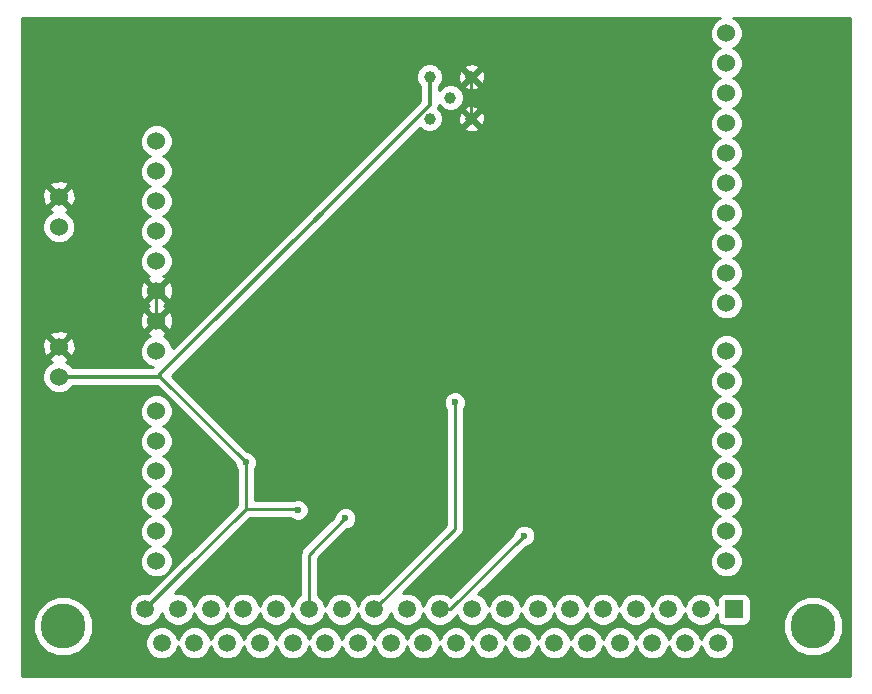
<source format=gbr>
G04 #@! TF.FileFunction,Copper,L2,Bot,Signal*
%FSLAX46Y46*%
G04 Gerber Fmt 4.6, Leading zero omitted, Abs format (unit mm)*
G04 Created by KiCad (PCBNEW 4.0.7) date 10/28/17 15:39:50*
%MOMM*%
%LPD*%
G01*
G04 APERTURE LIST*
%ADD10C,0.100000*%
%ADD11R,1.520000X1.520000*%
%ADD12C,1.520000*%
%ADD13C,3.810000*%
%ADD14C,1.524000*%
%ADD15C,1.000000*%
%ADD16C,0.600000*%
%ADD17C,0.250000*%
%ADD18C,0.350000*%
%ADD19C,0.254000*%
G04 APERTURE END LIST*
D10*
D11*
X201930000Y-127000000D03*
D12*
X199160000Y-127000000D03*
X196390000Y-127000000D03*
X193620000Y-127000000D03*
X190860000Y-127000000D03*
X188090000Y-127000000D03*
X185320000Y-127000000D03*
X182550000Y-127000000D03*
X179780000Y-127000000D03*
D13*
X208640000Y-128420000D03*
X145140000Y-128420000D03*
D12*
X177010000Y-127000000D03*
X174240000Y-127000000D03*
X171480000Y-127000000D03*
X168710000Y-127000000D03*
X165940000Y-127000000D03*
X163170000Y-127000000D03*
X160400000Y-127000000D03*
X157630000Y-127000000D03*
X154860000Y-127000000D03*
X152100000Y-127000000D03*
X200560000Y-129840000D03*
X197790000Y-129840000D03*
X195020000Y-129840000D03*
X192250000Y-129840000D03*
X189480000Y-129840000D03*
X186720000Y-129840000D03*
X183950000Y-129840000D03*
X181180000Y-129840000D03*
X178410000Y-129840000D03*
X175640000Y-129840000D03*
X172870000Y-129840000D03*
X170100000Y-129840000D03*
X167340000Y-129840000D03*
X164570000Y-129840000D03*
X161800000Y-129840000D03*
X159030000Y-129840000D03*
X156260000Y-129840000D03*
X153490000Y-129840000D03*
D14*
X153042000Y-87335000D03*
X153042000Y-89875000D03*
X153042000Y-92415000D03*
X153042000Y-94955000D03*
X153042000Y-97495000D03*
X153042000Y-100035000D03*
X153042000Y-102575000D03*
X153042000Y-105115000D03*
X153042000Y-110195000D03*
X201302000Y-105115000D03*
X153042000Y-112735000D03*
X153042000Y-115275000D03*
X153042000Y-117815000D03*
X153042000Y-120355000D03*
X153042000Y-122895000D03*
X201302000Y-78195000D03*
X201302000Y-80735000D03*
X201302000Y-83275000D03*
X201302000Y-85815000D03*
X201302000Y-88355000D03*
X201302000Y-90895000D03*
X201302000Y-93435000D03*
X201302000Y-95975000D03*
X201302000Y-98515000D03*
X201302000Y-101055000D03*
X201302000Y-107655000D03*
X201302000Y-110195000D03*
X201302000Y-112735000D03*
X201302000Y-115275000D03*
X201302000Y-117815000D03*
X201302000Y-120355000D03*
X201302000Y-122895000D03*
D15*
X179705000Y-81915000D03*
X176165000Y-81915000D03*
X179705000Y-85455000D03*
X176165000Y-85455000D03*
X177935000Y-83685000D03*
D14*
X144780000Y-107315000D03*
X144780000Y-104775000D03*
X144780000Y-94615000D03*
X144780000Y-92075000D03*
D16*
X184175500Y-120756400D03*
X178302800Y-109482200D03*
X169031500Y-119284000D03*
X165023400Y-118597600D03*
X160604500Y-114551700D03*
D17*
X179705000Y-85455000D02*
X179705000Y-81915000D01*
X153042000Y-102575000D02*
X153042000Y-100035000D01*
X177931900Y-127000000D02*
X184175500Y-120756400D01*
X177010000Y-127000000D02*
X177931900Y-127000000D01*
X178302800Y-120177200D02*
X171480000Y-127000000D01*
X178302800Y-109482200D02*
X178302800Y-120177200D01*
X165940000Y-122375500D02*
X169031500Y-119284000D01*
X165940000Y-127000000D02*
X165940000Y-122375500D01*
D18*
X156312700Y-104140000D02*
X166370000Y-94082700D01*
X153367800Y-107084900D02*
X156312700Y-104140000D01*
X156312700Y-122787300D02*
X152100000Y-127000000D01*
X167107700Y-93345000D02*
X176165000Y-84287700D01*
D17*
X166370000Y-94082700D02*
X167107700Y-93345000D01*
D18*
X167107700Y-93345000D02*
X166472700Y-93980000D01*
X166370000Y-94082700D02*
X166472700Y-93980000D01*
D17*
X152100000Y-127000000D02*
X160628900Y-118471100D01*
X164896900Y-118471100D02*
X165023400Y-118597600D01*
X160628900Y-118471100D02*
X164896900Y-118471100D01*
X160628900Y-114576100D02*
X160628900Y-118471100D01*
X160604500Y-114551700D02*
X160628900Y-114576100D01*
D18*
X176165000Y-84287700D02*
X176165000Y-81915000D01*
X153367800Y-107315000D02*
X153367800Y-107084900D01*
X144780000Y-107315000D02*
X153367800Y-107315000D01*
D17*
X153367800Y-107315000D02*
X160604500Y-114551700D01*
D19*
G36*
X200511697Y-77009990D02*
X200118371Y-77402630D01*
X199905243Y-77915900D01*
X199904758Y-78471661D01*
X200116990Y-78985303D01*
X200509630Y-79378629D01*
X200717512Y-79464949D01*
X200511697Y-79549990D01*
X200118371Y-79942630D01*
X199905243Y-80455900D01*
X199904758Y-81011661D01*
X200116990Y-81525303D01*
X200509630Y-81918629D01*
X200717512Y-82004949D01*
X200511697Y-82089990D01*
X200118371Y-82482630D01*
X199905243Y-82995900D01*
X199904758Y-83551661D01*
X200116990Y-84065303D01*
X200509630Y-84458629D01*
X200717512Y-84544949D01*
X200511697Y-84629990D01*
X200118371Y-85022630D01*
X199905243Y-85535900D01*
X199904758Y-86091661D01*
X200116990Y-86605303D01*
X200509630Y-86998629D01*
X200717512Y-87084949D01*
X200511697Y-87169990D01*
X200118371Y-87562630D01*
X199905243Y-88075900D01*
X199904758Y-88631661D01*
X200116990Y-89145303D01*
X200509630Y-89538629D01*
X200717512Y-89624949D01*
X200511697Y-89709990D01*
X200118371Y-90102630D01*
X199905243Y-90615900D01*
X199904758Y-91171661D01*
X200116990Y-91685303D01*
X200509630Y-92078629D01*
X200717512Y-92164949D01*
X200511697Y-92249990D01*
X200118371Y-92642630D01*
X199905243Y-93155900D01*
X199904758Y-93711661D01*
X200116990Y-94225303D01*
X200509630Y-94618629D01*
X200717512Y-94704949D01*
X200511697Y-94789990D01*
X200118371Y-95182630D01*
X199905243Y-95695900D01*
X199904758Y-96251661D01*
X200116990Y-96765303D01*
X200509630Y-97158629D01*
X200717512Y-97244949D01*
X200511697Y-97329990D01*
X200118371Y-97722630D01*
X199905243Y-98235900D01*
X199904758Y-98791661D01*
X200116990Y-99305303D01*
X200509630Y-99698629D01*
X200717512Y-99784949D01*
X200511697Y-99869990D01*
X200118371Y-100262630D01*
X199905243Y-100775900D01*
X199904758Y-101331661D01*
X200116990Y-101845303D01*
X200509630Y-102238629D01*
X201022900Y-102451757D01*
X201578661Y-102452242D01*
X202092303Y-102240010D01*
X202485629Y-101847370D01*
X202698757Y-101334100D01*
X202699242Y-100778339D01*
X202487010Y-100264697D01*
X202094370Y-99871371D01*
X201886488Y-99785051D01*
X202092303Y-99700010D01*
X202485629Y-99307370D01*
X202698757Y-98794100D01*
X202699242Y-98238339D01*
X202487010Y-97724697D01*
X202094370Y-97331371D01*
X201886488Y-97245051D01*
X202092303Y-97160010D01*
X202485629Y-96767370D01*
X202698757Y-96254100D01*
X202699242Y-95698339D01*
X202487010Y-95184697D01*
X202094370Y-94791371D01*
X201886488Y-94705051D01*
X202092303Y-94620010D01*
X202485629Y-94227370D01*
X202698757Y-93714100D01*
X202699242Y-93158339D01*
X202487010Y-92644697D01*
X202094370Y-92251371D01*
X201886488Y-92165051D01*
X202092303Y-92080010D01*
X202485629Y-91687370D01*
X202698757Y-91174100D01*
X202699242Y-90618339D01*
X202487010Y-90104697D01*
X202094370Y-89711371D01*
X201886488Y-89625051D01*
X202092303Y-89540010D01*
X202485629Y-89147370D01*
X202698757Y-88634100D01*
X202699242Y-88078339D01*
X202487010Y-87564697D01*
X202094370Y-87171371D01*
X201886488Y-87085051D01*
X202092303Y-87000010D01*
X202485629Y-86607370D01*
X202698757Y-86094100D01*
X202699242Y-85538339D01*
X202487010Y-85024697D01*
X202094370Y-84631371D01*
X201886488Y-84545051D01*
X202092303Y-84460010D01*
X202485629Y-84067370D01*
X202698757Y-83554100D01*
X202699242Y-82998339D01*
X202487010Y-82484697D01*
X202094370Y-82091371D01*
X201886488Y-82005051D01*
X202092303Y-81920010D01*
X202485629Y-81527370D01*
X202698757Y-81014100D01*
X202699242Y-80458339D01*
X202487010Y-79944697D01*
X202094370Y-79551371D01*
X201886488Y-79465051D01*
X202092303Y-79380010D01*
X202485629Y-78987370D01*
X202698757Y-78474100D01*
X202699242Y-77918339D01*
X202487010Y-77404697D01*
X202094370Y-77011371D01*
X201850241Y-76910000D01*
X211790000Y-76910000D01*
X211790000Y-132640000D01*
X141680000Y-132640000D01*
X141680000Y-128923021D01*
X142599560Y-128923021D01*
X142985437Y-129856915D01*
X143699327Y-130572052D01*
X144632546Y-130959559D01*
X145643021Y-130960440D01*
X146576915Y-130574563D01*
X147036013Y-130116265D01*
X152094758Y-130116265D01*
X152306687Y-130629172D01*
X152698764Y-131021934D01*
X153211300Y-131234758D01*
X153766265Y-131235242D01*
X154279172Y-131023313D01*
X154671934Y-130631236D01*
X154875238Y-130141628D01*
X155076687Y-130629172D01*
X155468764Y-131021934D01*
X155981300Y-131234758D01*
X156536265Y-131235242D01*
X157049172Y-131023313D01*
X157441934Y-130631236D01*
X157645238Y-130141628D01*
X157846687Y-130629172D01*
X158238764Y-131021934D01*
X158751300Y-131234758D01*
X159306265Y-131235242D01*
X159819172Y-131023313D01*
X160211934Y-130631236D01*
X160415238Y-130141628D01*
X160616687Y-130629172D01*
X161008764Y-131021934D01*
X161521300Y-131234758D01*
X162076265Y-131235242D01*
X162589172Y-131023313D01*
X162981934Y-130631236D01*
X163185238Y-130141628D01*
X163386687Y-130629172D01*
X163778764Y-131021934D01*
X164291300Y-131234758D01*
X164846265Y-131235242D01*
X165359172Y-131023313D01*
X165751934Y-130631236D01*
X165955238Y-130141628D01*
X166156687Y-130629172D01*
X166548764Y-131021934D01*
X167061300Y-131234758D01*
X167616265Y-131235242D01*
X168129172Y-131023313D01*
X168521934Y-130631236D01*
X168720225Y-130153699D01*
X168916687Y-130629172D01*
X169308764Y-131021934D01*
X169821300Y-131234758D01*
X170376265Y-131235242D01*
X170889172Y-131023313D01*
X171281934Y-130631236D01*
X171485238Y-130141628D01*
X171686687Y-130629172D01*
X172078764Y-131021934D01*
X172591300Y-131234758D01*
X173146265Y-131235242D01*
X173659172Y-131023313D01*
X174051934Y-130631236D01*
X174255238Y-130141628D01*
X174456687Y-130629172D01*
X174848764Y-131021934D01*
X175361300Y-131234758D01*
X175916265Y-131235242D01*
X176429172Y-131023313D01*
X176821934Y-130631236D01*
X177025238Y-130141628D01*
X177226687Y-130629172D01*
X177618764Y-131021934D01*
X178131300Y-131234758D01*
X178686265Y-131235242D01*
X179199172Y-131023313D01*
X179591934Y-130631236D01*
X179795238Y-130141628D01*
X179996687Y-130629172D01*
X180388764Y-131021934D01*
X180901300Y-131234758D01*
X181456265Y-131235242D01*
X181969172Y-131023313D01*
X182361934Y-130631236D01*
X182565238Y-130141628D01*
X182766687Y-130629172D01*
X183158764Y-131021934D01*
X183671300Y-131234758D01*
X184226265Y-131235242D01*
X184739172Y-131023313D01*
X185131934Y-130631236D01*
X185335238Y-130141628D01*
X185536687Y-130629172D01*
X185928764Y-131021934D01*
X186441300Y-131234758D01*
X186996265Y-131235242D01*
X187509172Y-131023313D01*
X187901934Y-130631236D01*
X188100225Y-130153699D01*
X188296687Y-130629172D01*
X188688764Y-131021934D01*
X189201300Y-131234758D01*
X189756265Y-131235242D01*
X190269172Y-131023313D01*
X190661934Y-130631236D01*
X190865238Y-130141628D01*
X191066687Y-130629172D01*
X191458764Y-131021934D01*
X191971300Y-131234758D01*
X192526265Y-131235242D01*
X193039172Y-131023313D01*
X193431934Y-130631236D01*
X193635238Y-130141628D01*
X193836687Y-130629172D01*
X194228764Y-131021934D01*
X194741300Y-131234758D01*
X195296265Y-131235242D01*
X195809172Y-131023313D01*
X196201934Y-130631236D01*
X196405238Y-130141628D01*
X196606687Y-130629172D01*
X196998764Y-131021934D01*
X197511300Y-131234758D01*
X198066265Y-131235242D01*
X198579172Y-131023313D01*
X198971934Y-130631236D01*
X199175238Y-130141628D01*
X199376687Y-130629172D01*
X199768764Y-131021934D01*
X200281300Y-131234758D01*
X200836265Y-131235242D01*
X201349172Y-131023313D01*
X201741934Y-130631236D01*
X201954758Y-130118700D01*
X201955242Y-129563735D01*
X201743313Y-129050828D01*
X201615729Y-128923021D01*
X206099560Y-128923021D01*
X206485437Y-129856915D01*
X207199327Y-130572052D01*
X208132546Y-130959559D01*
X209143021Y-130960440D01*
X210076915Y-130574563D01*
X210792052Y-129860673D01*
X211179559Y-128927454D01*
X211180440Y-127916979D01*
X210794563Y-126983085D01*
X210080673Y-126267948D01*
X209147454Y-125880441D01*
X208136979Y-125879560D01*
X207203085Y-126265437D01*
X206487948Y-126979327D01*
X206100441Y-127912546D01*
X206099560Y-128923021D01*
X201615729Y-128923021D01*
X201351236Y-128658066D01*
X200838700Y-128445242D01*
X200283735Y-128444758D01*
X199770828Y-128656687D01*
X199378066Y-129048764D01*
X199174762Y-129538372D01*
X198973313Y-129050828D01*
X198581236Y-128658066D01*
X198068700Y-128445242D01*
X197513735Y-128444758D01*
X197000828Y-128656687D01*
X196608066Y-129048764D01*
X196404762Y-129538372D01*
X196203313Y-129050828D01*
X195811236Y-128658066D01*
X195298700Y-128445242D01*
X194743735Y-128444758D01*
X194230828Y-128656687D01*
X193838066Y-129048764D01*
X193634762Y-129538372D01*
X193433313Y-129050828D01*
X193041236Y-128658066D01*
X192528700Y-128445242D01*
X191973735Y-128444758D01*
X191460828Y-128656687D01*
X191068066Y-129048764D01*
X190864762Y-129538372D01*
X190663313Y-129050828D01*
X190271236Y-128658066D01*
X189758700Y-128445242D01*
X189203735Y-128444758D01*
X188690828Y-128656687D01*
X188298066Y-129048764D01*
X188099775Y-129526301D01*
X187903313Y-129050828D01*
X187511236Y-128658066D01*
X186998700Y-128445242D01*
X186443735Y-128444758D01*
X185930828Y-128656687D01*
X185538066Y-129048764D01*
X185334762Y-129538372D01*
X185133313Y-129050828D01*
X184741236Y-128658066D01*
X184228700Y-128445242D01*
X183673735Y-128444758D01*
X183160828Y-128656687D01*
X182768066Y-129048764D01*
X182564762Y-129538372D01*
X182363313Y-129050828D01*
X181971236Y-128658066D01*
X181458700Y-128445242D01*
X180903735Y-128444758D01*
X180390828Y-128656687D01*
X179998066Y-129048764D01*
X179794762Y-129538372D01*
X179593313Y-129050828D01*
X179201236Y-128658066D01*
X178688700Y-128445242D01*
X178133735Y-128444758D01*
X177620828Y-128656687D01*
X177228066Y-129048764D01*
X177024762Y-129538372D01*
X176823313Y-129050828D01*
X176431236Y-128658066D01*
X175918700Y-128445242D01*
X175363735Y-128444758D01*
X174850828Y-128656687D01*
X174458066Y-129048764D01*
X174254762Y-129538372D01*
X174053313Y-129050828D01*
X173661236Y-128658066D01*
X173148700Y-128445242D01*
X172593735Y-128444758D01*
X172080828Y-128656687D01*
X171688066Y-129048764D01*
X171484762Y-129538372D01*
X171283313Y-129050828D01*
X170891236Y-128658066D01*
X170378700Y-128445242D01*
X169823735Y-128444758D01*
X169310828Y-128656687D01*
X168918066Y-129048764D01*
X168719775Y-129526301D01*
X168523313Y-129050828D01*
X168131236Y-128658066D01*
X167618700Y-128445242D01*
X167063735Y-128444758D01*
X166550828Y-128656687D01*
X166158066Y-129048764D01*
X165954762Y-129538372D01*
X165753313Y-129050828D01*
X165361236Y-128658066D01*
X164848700Y-128445242D01*
X164293735Y-128444758D01*
X163780828Y-128656687D01*
X163388066Y-129048764D01*
X163184762Y-129538372D01*
X162983313Y-129050828D01*
X162591236Y-128658066D01*
X162078700Y-128445242D01*
X161523735Y-128444758D01*
X161010828Y-128656687D01*
X160618066Y-129048764D01*
X160414762Y-129538372D01*
X160213313Y-129050828D01*
X159821236Y-128658066D01*
X159308700Y-128445242D01*
X158753735Y-128444758D01*
X158240828Y-128656687D01*
X157848066Y-129048764D01*
X157644762Y-129538372D01*
X157443313Y-129050828D01*
X157051236Y-128658066D01*
X156538700Y-128445242D01*
X155983735Y-128444758D01*
X155470828Y-128656687D01*
X155078066Y-129048764D01*
X154874762Y-129538372D01*
X154673313Y-129050828D01*
X154281236Y-128658066D01*
X153768700Y-128445242D01*
X153213735Y-128444758D01*
X152700828Y-128656687D01*
X152308066Y-129048764D01*
X152095242Y-129561300D01*
X152094758Y-130116265D01*
X147036013Y-130116265D01*
X147292052Y-129860673D01*
X147679559Y-128927454D01*
X147680440Y-127916979D01*
X147294563Y-126983085D01*
X146580673Y-126267948D01*
X145647454Y-125880441D01*
X144636979Y-125879560D01*
X143703085Y-126265437D01*
X142987948Y-126979327D01*
X142600441Y-127912546D01*
X142599560Y-128923021D01*
X141680000Y-128923021D01*
X141680000Y-110471661D01*
X151644758Y-110471661D01*
X151856990Y-110985303D01*
X152249630Y-111378629D01*
X152457512Y-111464949D01*
X152251697Y-111549990D01*
X151858371Y-111942630D01*
X151645243Y-112455900D01*
X151644758Y-113011661D01*
X151856990Y-113525303D01*
X152249630Y-113918629D01*
X152457512Y-114004949D01*
X152251697Y-114089990D01*
X151858371Y-114482630D01*
X151645243Y-114995900D01*
X151644758Y-115551661D01*
X151856990Y-116065303D01*
X152249630Y-116458629D01*
X152457512Y-116544949D01*
X152251697Y-116629990D01*
X151858371Y-117022630D01*
X151645243Y-117535900D01*
X151644758Y-118091661D01*
X151856990Y-118605303D01*
X152249630Y-118998629D01*
X152457512Y-119084949D01*
X152251697Y-119169990D01*
X151858371Y-119562630D01*
X151645243Y-120075900D01*
X151644758Y-120631661D01*
X151856990Y-121145303D01*
X152249630Y-121538629D01*
X152457512Y-121624949D01*
X152251697Y-121709990D01*
X151858371Y-122102630D01*
X151645243Y-122615900D01*
X151644758Y-123171661D01*
X151856990Y-123685303D01*
X152249630Y-124078629D01*
X152762900Y-124291757D01*
X153318661Y-124292242D01*
X153832303Y-124080010D01*
X154225629Y-123687370D01*
X154438757Y-123174100D01*
X154439242Y-122618339D01*
X154227010Y-122104697D01*
X153834370Y-121711371D01*
X153626488Y-121625051D01*
X153832303Y-121540010D01*
X154225629Y-121147370D01*
X154438757Y-120634100D01*
X154439242Y-120078339D01*
X154227010Y-119564697D01*
X153834370Y-119171371D01*
X153626488Y-119085051D01*
X153832303Y-119000010D01*
X154225629Y-118607370D01*
X154438757Y-118094100D01*
X154439242Y-117538339D01*
X154227010Y-117024697D01*
X153834370Y-116631371D01*
X153626488Y-116545051D01*
X153832303Y-116460010D01*
X154225629Y-116067370D01*
X154438757Y-115554100D01*
X154439242Y-114998339D01*
X154227010Y-114484697D01*
X153834370Y-114091371D01*
X153626488Y-114005051D01*
X153832303Y-113920010D01*
X154225629Y-113527370D01*
X154438757Y-113014100D01*
X154439242Y-112458339D01*
X154227010Y-111944697D01*
X153834370Y-111551371D01*
X153626488Y-111465051D01*
X153832303Y-111380010D01*
X154225629Y-110987370D01*
X154438757Y-110474100D01*
X154439242Y-109918339D01*
X154227010Y-109404697D01*
X153834370Y-109011371D01*
X153321100Y-108798243D01*
X152765339Y-108797758D01*
X152251697Y-109009990D01*
X151858371Y-109402630D01*
X151645243Y-109915900D01*
X151644758Y-110471661D01*
X141680000Y-110471661D01*
X141680000Y-107591661D01*
X143382758Y-107591661D01*
X143594990Y-108105303D01*
X143987630Y-108498629D01*
X144500900Y-108711757D01*
X145056661Y-108712242D01*
X145570303Y-108500010D01*
X145945968Y-108125000D01*
X153102998Y-108125000D01*
X159669378Y-114691380D01*
X159669338Y-114736867D01*
X159811383Y-115080643D01*
X159868900Y-115138260D01*
X159868900Y-118156298D01*
X155953041Y-122072157D01*
X155739943Y-122214544D01*
X152349271Y-125605216D01*
X151823735Y-125604758D01*
X151310828Y-125816687D01*
X150918066Y-126208764D01*
X150705242Y-126721300D01*
X150704758Y-127276265D01*
X150916687Y-127789172D01*
X151308764Y-128181934D01*
X151821300Y-128394758D01*
X152376265Y-128395242D01*
X152889172Y-128183313D01*
X153281934Y-127791236D01*
X153480225Y-127313699D01*
X153676687Y-127789172D01*
X154068764Y-128181934D01*
X154581300Y-128394758D01*
X155136265Y-128395242D01*
X155649172Y-128183313D01*
X156041934Y-127791236D01*
X156245238Y-127301628D01*
X156446687Y-127789172D01*
X156838764Y-128181934D01*
X157351300Y-128394758D01*
X157906265Y-128395242D01*
X158419172Y-128183313D01*
X158811934Y-127791236D01*
X159015238Y-127301628D01*
X159216687Y-127789172D01*
X159608764Y-128181934D01*
X160121300Y-128394758D01*
X160676265Y-128395242D01*
X161189172Y-128183313D01*
X161581934Y-127791236D01*
X161785238Y-127301628D01*
X161986687Y-127789172D01*
X162378764Y-128181934D01*
X162891300Y-128394758D01*
X163446265Y-128395242D01*
X163959172Y-128183313D01*
X164351934Y-127791236D01*
X164555238Y-127301628D01*
X164756687Y-127789172D01*
X165148764Y-128181934D01*
X165661300Y-128394758D01*
X166216265Y-128395242D01*
X166729172Y-128183313D01*
X167121934Y-127791236D01*
X167325238Y-127301628D01*
X167526687Y-127789172D01*
X167918764Y-128181934D01*
X168431300Y-128394758D01*
X168986265Y-128395242D01*
X169499172Y-128183313D01*
X169891934Y-127791236D01*
X170095238Y-127301628D01*
X170296687Y-127789172D01*
X170688764Y-128181934D01*
X171201300Y-128394758D01*
X171756265Y-128395242D01*
X172269172Y-128183313D01*
X172661934Y-127791236D01*
X172860225Y-127313699D01*
X173056687Y-127789172D01*
X173448764Y-128181934D01*
X173961300Y-128394758D01*
X174516265Y-128395242D01*
X175029172Y-128183313D01*
X175421934Y-127791236D01*
X175625238Y-127301628D01*
X175826687Y-127789172D01*
X176218764Y-128181934D01*
X176731300Y-128394758D01*
X177286265Y-128395242D01*
X177799172Y-128183313D01*
X178191934Y-127791236D01*
X178231303Y-127696426D01*
X178469301Y-127537401D01*
X178485828Y-127520874D01*
X178596687Y-127789172D01*
X178988764Y-128181934D01*
X179501300Y-128394758D01*
X180056265Y-128395242D01*
X180569172Y-128183313D01*
X180961934Y-127791236D01*
X181165238Y-127301628D01*
X181366687Y-127789172D01*
X181758764Y-128181934D01*
X182271300Y-128394758D01*
X182826265Y-128395242D01*
X183339172Y-128183313D01*
X183731934Y-127791236D01*
X183935238Y-127301628D01*
X184136687Y-127789172D01*
X184528764Y-128181934D01*
X185041300Y-128394758D01*
X185596265Y-128395242D01*
X186109172Y-128183313D01*
X186501934Y-127791236D01*
X186705238Y-127301628D01*
X186906687Y-127789172D01*
X187298764Y-128181934D01*
X187811300Y-128394758D01*
X188366265Y-128395242D01*
X188879172Y-128183313D01*
X189271934Y-127791236D01*
X189475238Y-127301628D01*
X189676687Y-127789172D01*
X190068764Y-128181934D01*
X190581300Y-128394758D01*
X191136265Y-128395242D01*
X191649172Y-128183313D01*
X192041934Y-127791236D01*
X192240225Y-127313699D01*
X192436687Y-127789172D01*
X192828764Y-128181934D01*
X193341300Y-128394758D01*
X193896265Y-128395242D01*
X194409172Y-128183313D01*
X194801934Y-127791236D01*
X195005238Y-127301628D01*
X195206687Y-127789172D01*
X195598764Y-128181934D01*
X196111300Y-128394758D01*
X196666265Y-128395242D01*
X197179172Y-128183313D01*
X197571934Y-127791236D01*
X197775238Y-127301628D01*
X197976687Y-127789172D01*
X198368764Y-128181934D01*
X198881300Y-128394758D01*
X199436265Y-128395242D01*
X199949172Y-128183313D01*
X200341934Y-127791236D01*
X200522560Y-127356241D01*
X200522560Y-127760000D01*
X200566838Y-127995317D01*
X200705910Y-128211441D01*
X200918110Y-128356431D01*
X201170000Y-128407440D01*
X202690000Y-128407440D01*
X202925317Y-128363162D01*
X203141441Y-128224090D01*
X203286431Y-128011890D01*
X203337440Y-127760000D01*
X203337440Y-126240000D01*
X203293162Y-126004683D01*
X203154090Y-125788559D01*
X202941890Y-125643569D01*
X202690000Y-125592560D01*
X201170000Y-125592560D01*
X200934683Y-125636838D01*
X200718559Y-125775910D01*
X200573569Y-125988110D01*
X200522560Y-126240000D01*
X200522560Y-126644639D01*
X200343313Y-126210828D01*
X199951236Y-125818066D01*
X199438700Y-125605242D01*
X198883735Y-125604758D01*
X198370828Y-125816687D01*
X197978066Y-126208764D01*
X197774762Y-126698372D01*
X197573313Y-126210828D01*
X197181236Y-125818066D01*
X196668700Y-125605242D01*
X196113735Y-125604758D01*
X195600828Y-125816687D01*
X195208066Y-126208764D01*
X195004762Y-126698372D01*
X194803313Y-126210828D01*
X194411236Y-125818066D01*
X193898700Y-125605242D01*
X193343735Y-125604758D01*
X192830828Y-125816687D01*
X192438066Y-126208764D01*
X192239775Y-126686301D01*
X192043313Y-126210828D01*
X191651236Y-125818066D01*
X191138700Y-125605242D01*
X190583735Y-125604758D01*
X190070828Y-125816687D01*
X189678066Y-126208764D01*
X189474762Y-126698372D01*
X189273313Y-126210828D01*
X188881236Y-125818066D01*
X188368700Y-125605242D01*
X187813735Y-125604758D01*
X187300828Y-125816687D01*
X186908066Y-126208764D01*
X186704762Y-126698372D01*
X186503313Y-126210828D01*
X186111236Y-125818066D01*
X185598700Y-125605242D01*
X185043735Y-125604758D01*
X184530828Y-125816687D01*
X184138066Y-126208764D01*
X183934762Y-126698372D01*
X183733313Y-126210828D01*
X183341236Y-125818066D01*
X182828700Y-125605242D01*
X182273735Y-125604758D01*
X181760828Y-125816687D01*
X181368066Y-126208764D01*
X181164762Y-126698372D01*
X180963313Y-126210828D01*
X180571236Y-125818066D01*
X180300893Y-125705809D01*
X184315180Y-121691522D01*
X184360667Y-121691562D01*
X184704443Y-121549517D01*
X184967692Y-121286727D01*
X185110338Y-120943199D01*
X185110662Y-120571233D01*
X184968617Y-120227457D01*
X184705827Y-119964208D01*
X184362299Y-119821562D01*
X183990333Y-119821238D01*
X183646557Y-119963283D01*
X183383308Y-120226073D01*
X183240662Y-120569601D01*
X183240621Y-120616477D01*
X177920030Y-125937068D01*
X177801236Y-125818066D01*
X177288700Y-125605242D01*
X176733735Y-125604758D01*
X176220828Y-125816687D01*
X175828066Y-126208764D01*
X175624762Y-126698372D01*
X175423313Y-126210828D01*
X175031236Y-125818066D01*
X174518700Y-125605242D01*
X173963735Y-125604758D01*
X173940404Y-125614398D01*
X178840201Y-120714601D01*
X179004948Y-120468040D01*
X179062800Y-120177200D01*
X179062800Y-110044663D01*
X179094992Y-110012527D01*
X179237638Y-109668999D01*
X179237962Y-109297033D01*
X179095917Y-108953257D01*
X178833127Y-108690008D01*
X178489599Y-108547362D01*
X178117633Y-108547038D01*
X177773857Y-108689083D01*
X177510608Y-108951873D01*
X177367962Y-109295401D01*
X177367638Y-109667367D01*
X177509683Y-110011143D01*
X177542800Y-110044318D01*
X177542800Y-119862398D01*
X171787851Y-125617347D01*
X171758700Y-125605242D01*
X171203735Y-125604758D01*
X170690828Y-125816687D01*
X170298066Y-126208764D01*
X170094762Y-126698372D01*
X169893313Y-126210828D01*
X169501236Y-125818066D01*
X168988700Y-125605242D01*
X168433735Y-125604758D01*
X167920828Y-125816687D01*
X167528066Y-126208764D01*
X167324762Y-126698372D01*
X167123313Y-126210828D01*
X166731236Y-125818066D01*
X166700000Y-125805096D01*
X166700000Y-122690302D01*
X169171180Y-120219122D01*
X169216667Y-120219162D01*
X169560443Y-120077117D01*
X169823692Y-119814327D01*
X169966338Y-119470799D01*
X169966662Y-119098833D01*
X169824617Y-118755057D01*
X169561827Y-118491808D01*
X169218299Y-118349162D01*
X168846333Y-118348838D01*
X168502557Y-118490883D01*
X168239308Y-118753673D01*
X168096662Y-119097201D01*
X168096621Y-119144077D01*
X165402599Y-121838099D01*
X165237852Y-122084661D01*
X165180000Y-122375500D01*
X165180000Y-125804633D01*
X165150828Y-125816687D01*
X164758066Y-126208764D01*
X164554762Y-126698372D01*
X164353313Y-126210828D01*
X163961236Y-125818066D01*
X163448700Y-125605242D01*
X162893735Y-125604758D01*
X162380828Y-125816687D01*
X161988066Y-126208764D01*
X161784762Y-126698372D01*
X161583313Y-126210828D01*
X161191236Y-125818066D01*
X160678700Y-125605242D01*
X160123735Y-125604758D01*
X159610828Y-125816687D01*
X159218066Y-126208764D01*
X159014762Y-126698372D01*
X158813313Y-126210828D01*
X158421236Y-125818066D01*
X157908700Y-125605242D01*
X157353735Y-125604758D01*
X156840828Y-125816687D01*
X156448066Y-126208764D01*
X156244762Y-126698372D01*
X156043313Y-126210828D01*
X155651236Y-125818066D01*
X155138700Y-125605242D01*
X154640705Y-125604808D01*
X156885456Y-123360057D01*
X157027843Y-123146959D01*
X160943702Y-119231100D01*
X164334658Y-119231100D01*
X164493073Y-119389792D01*
X164836601Y-119532438D01*
X165208567Y-119532762D01*
X165552343Y-119390717D01*
X165815592Y-119127927D01*
X165958238Y-118784399D01*
X165958562Y-118412433D01*
X165816517Y-118068657D01*
X165553727Y-117805408D01*
X165210199Y-117662762D01*
X164838233Y-117662438D01*
X164720462Y-117711100D01*
X161388900Y-117711100D01*
X161388900Y-115089805D01*
X161396692Y-115082027D01*
X161539338Y-114738499D01*
X161539662Y-114366533D01*
X161397617Y-114022757D01*
X161134827Y-113759508D01*
X160791299Y-113616862D01*
X160744423Y-113616821D01*
X154362907Y-107235305D01*
X156206551Y-105391661D01*
X199904758Y-105391661D01*
X200116990Y-105905303D01*
X200509630Y-106298629D01*
X200717512Y-106384949D01*
X200511697Y-106469990D01*
X200118371Y-106862630D01*
X199905243Y-107375900D01*
X199904758Y-107931661D01*
X200116990Y-108445303D01*
X200509630Y-108838629D01*
X200717512Y-108924949D01*
X200511697Y-109009990D01*
X200118371Y-109402630D01*
X199905243Y-109915900D01*
X199904758Y-110471661D01*
X200116990Y-110985303D01*
X200509630Y-111378629D01*
X200717512Y-111464949D01*
X200511697Y-111549990D01*
X200118371Y-111942630D01*
X199905243Y-112455900D01*
X199904758Y-113011661D01*
X200116990Y-113525303D01*
X200509630Y-113918629D01*
X200717512Y-114004949D01*
X200511697Y-114089990D01*
X200118371Y-114482630D01*
X199905243Y-114995900D01*
X199904758Y-115551661D01*
X200116990Y-116065303D01*
X200509630Y-116458629D01*
X200717512Y-116544949D01*
X200511697Y-116629990D01*
X200118371Y-117022630D01*
X199905243Y-117535900D01*
X199904758Y-118091661D01*
X200116990Y-118605303D01*
X200509630Y-118998629D01*
X200717512Y-119084949D01*
X200511697Y-119169990D01*
X200118371Y-119562630D01*
X199905243Y-120075900D01*
X199904758Y-120631661D01*
X200116990Y-121145303D01*
X200509630Y-121538629D01*
X200717512Y-121624949D01*
X200511697Y-121709990D01*
X200118371Y-122102630D01*
X199905243Y-122615900D01*
X199904758Y-123171661D01*
X200116990Y-123685303D01*
X200509630Y-124078629D01*
X201022900Y-124291757D01*
X201578661Y-124292242D01*
X202092303Y-124080010D01*
X202485629Y-123687370D01*
X202698757Y-123174100D01*
X202699242Y-122618339D01*
X202487010Y-122104697D01*
X202094370Y-121711371D01*
X201886488Y-121625051D01*
X202092303Y-121540010D01*
X202485629Y-121147370D01*
X202698757Y-120634100D01*
X202699242Y-120078339D01*
X202487010Y-119564697D01*
X202094370Y-119171371D01*
X201886488Y-119085051D01*
X202092303Y-119000010D01*
X202485629Y-118607370D01*
X202698757Y-118094100D01*
X202699242Y-117538339D01*
X202487010Y-117024697D01*
X202094370Y-116631371D01*
X201886488Y-116545051D01*
X202092303Y-116460010D01*
X202485629Y-116067370D01*
X202698757Y-115554100D01*
X202699242Y-114998339D01*
X202487010Y-114484697D01*
X202094370Y-114091371D01*
X201886488Y-114005051D01*
X202092303Y-113920010D01*
X202485629Y-113527370D01*
X202698757Y-113014100D01*
X202699242Y-112458339D01*
X202487010Y-111944697D01*
X202094370Y-111551371D01*
X201886488Y-111465051D01*
X202092303Y-111380010D01*
X202485629Y-110987370D01*
X202698757Y-110474100D01*
X202699242Y-109918339D01*
X202487010Y-109404697D01*
X202094370Y-109011371D01*
X201886488Y-108925051D01*
X202092303Y-108840010D01*
X202485629Y-108447370D01*
X202698757Y-107934100D01*
X202699242Y-107378339D01*
X202487010Y-106864697D01*
X202094370Y-106471371D01*
X201886488Y-106385051D01*
X202092303Y-106300010D01*
X202485629Y-105907370D01*
X202698757Y-105394100D01*
X202699242Y-104838339D01*
X202487010Y-104324697D01*
X202094370Y-103931371D01*
X201581100Y-103718243D01*
X201025339Y-103717758D01*
X200511697Y-103929990D01*
X200118371Y-104322630D01*
X199905243Y-104835900D01*
X199904758Y-105391661D01*
X156206551Y-105391661D01*
X156885457Y-104712756D01*
X156885459Y-104712753D01*
X166942756Y-94655457D01*
X166942758Y-94655454D01*
X167045457Y-94552756D01*
X167045459Y-94552753D01*
X167680457Y-93917756D01*
X167680459Y-93917753D01*
X175351550Y-86246663D01*
X175521235Y-86416645D01*
X175938244Y-86589803D01*
X176389775Y-86590197D01*
X176807086Y-86417767D01*
X176980050Y-86245104D01*
X179094501Y-86245104D01*
X179131648Y-86460217D01*
X179559972Y-86603112D01*
X180010375Y-86571217D01*
X180278352Y-86460217D01*
X180315499Y-86245104D01*
X179705000Y-85634605D01*
X179094501Y-86245104D01*
X176980050Y-86245104D01*
X177126645Y-86098765D01*
X177299803Y-85681756D01*
X177300127Y-85309972D01*
X178556888Y-85309972D01*
X178588783Y-85760375D01*
X178699783Y-86028352D01*
X178914896Y-86065499D01*
X179525395Y-85455000D01*
X179884605Y-85455000D01*
X180495104Y-86065499D01*
X180710217Y-86028352D01*
X180853112Y-85600028D01*
X180821217Y-85149625D01*
X180710217Y-84881648D01*
X180495104Y-84844501D01*
X179884605Y-85455000D01*
X179525395Y-85455000D01*
X178914896Y-84844501D01*
X178699783Y-84881648D01*
X178556888Y-85309972D01*
X177300127Y-85309972D01*
X177300197Y-85230225D01*
X177127767Y-84812914D01*
X176913166Y-84597938D01*
X176913342Y-84597674D01*
X176968812Y-84318807D01*
X176972233Y-84327086D01*
X177291235Y-84646645D01*
X177708244Y-84819803D01*
X178159775Y-84820197D01*
X178535630Y-84664896D01*
X179094501Y-84664896D01*
X179705000Y-85275395D01*
X180315499Y-84664896D01*
X180278352Y-84449783D01*
X179850028Y-84306888D01*
X179399625Y-84338783D01*
X179131648Y-84449783D01*
X179094501Y-84664896D01*
X178535630Y-84664896D01*
X178577086Y-84647767D01*
X178896645Y-84328765D01*
X179069803Y-83911756D01*
X179070197Y-83460225D01*
X178897767Y-83042914D01*
X178578765Y-82723355D01*
X178534812Y-82705104D01*
X179094501Y-82705104D01*
X179131648Y-82920217D01*
X179559972Y-83063112D01*
X180010375Y-83031217D01*
X180278352Y-82920217D01*
X180315499Y-82705104D01*
X179705000Y-82094605D01*
X179094501Y-82705104D01*
X178534812Y-82705104D01*
X178161756Y-82550197D01*
X177710225Y-82549803D01*
X177292914Y-82722233D01*
X176975000Y-83039593D01*
X176975000Y-82710146D01*
X177126645Y-82558765D01*
X177299803Y-82141756D01*
X177300127Y-81769972D01*
X178556888Y-81769972D01*
X178588783Y-82220375D01*
X178699783Y-82488352D01*
X178914896Y-82525499D01*
X179525395Y-81915000D01*
X179884605Y-81915000D01*
X180495104Y-82525499D01*
X180710217Y-82488352D01*
X180853112Y-82060028D01*
X180821217Y-81609625D01*
X180710217Y-81341648D01*
X180495104Y-81304501D01*
X179884605Y-81915000D01*
X179525395Y-81915000D01*
X178914896Y-81304501D01*
X178699783Y-81341648D01*
X178556888Y-81769972D01*
X177300127Y-81769972D01*
X177300197Y-81690225D01*
X177127767Y-81272914D01*
X176980007Y-81124896D01*
X179094501Y-81124896D01*
X179705000Y-81735395D01*
X180315499Y-81124896D01*
X180278352Y-80909783D01*
X179850028Y-80766888D01*
X179399625Y-80798783D01*
X179131648Y-80909783D01*
X179094501Y-81124896D01*
X176980007Y-81124896D01*
X176808765Y-80953355D01*
X176391756Y-80780197D01*
X175940225Y-80779803D01*
X175522914Y-80952233D01*
X175203355Y-81271235D01*
X175030197Y-81688244D01*
X175029803Y-82139775D01*
X175202233Y-82557086D01*
X175355000Y-82710120D01*
X175355000Y-83952187D01*
X166534947Y-92772241D01*
X166534944Y-92772243D01*
X165899947Y-93407241D01*
X165899944Y-93407243D01*
X165797246Y-93509942D01*
X165797243Y-93509944D01*
X155739947Y-103567241D01*
X155739944Y-103567243D01*
X154439216Y-104867971D01*
X154439242Y-104838339D01*
X154227010Y-104324697D01*
X153834370Y-103931371D01*
X153642273Y-103851605D01*
X153773143Y-103797397D01*
X153842608Y-103555213D01*
X153042000Y-102754605D01*
X152241392Y-103555213D01*
X152310857Y-103797397D01*
X152451318Y-103847509D01*
X152251697Y-103929990D01*
X151858371Y-104322630D01*
X151645243Y-104835900D01*
X151644758Y-105391661D01*
X151856990Y-105905303D01*
X152249630Y-106298629D01*
X152746627Y-106505000D01*
X145945347Y-106505000D01*
X145572370Y-106131371D01*
X145380273Y-106051605D01*
X145511143Y-105997397D01*
X145580608Y-105755213D01*
X144780000Y-104954605D01*
X143979392Y-105755213D01*
X144048857Y-105997397D01*
X144189318Y-106047509D01*
X143989697Y-106129990D01*
X143596371Y-106522630D01*
X143383243Y-107035900D01*
X143382758Y-107591661D01*
X141680000Y-107591661D01*
X141680000Y-104567302D01*
X143370856Y-104567302D01*
X143398638Y-105122368D01*
X143557603Y-105506143D01*
X143799787Y-105575608D01*
X144600395Y-104775000D01*
X144959605Y-104775000D01*
X145760213Y-105575608D01*
X146002397Y-105506143D01*
X146189144Y-104982698D01*
X146161362Y-104427632D01*
X146002397Y-104043857D01*
X145760213Y-103974392D01*
X144959605Y-104775000D01*
X144600395Y-104775000D01*
X143799787Y-103974392D01*
X143557603Y-104043857D01*
X143370856Y-104567302D01*
X141680000Y-104567302D01*
X141680000Y-103794787D01*
X143979392Y-103794787D01*
X144780000Y-104595395D01*
X145580608Y-103794787D01*
X145511143Y-103552603D01*
X144987698Y-103365856D01*
X144432632Y-103393638D01*
X144048857Y-103552603D01*
X143979392Y-103794787D01*
X141680000Y-103794787D01*
X141680000Y-102367302D01*
X151632856Y-102367302D01*
X151660638Y-102922368D01*
X151819603Y-103306143D01*
X152061787Y-103375608D01*
X152862395Y-102575000D01*
X153221605Y-102575000D01*
X154022213Y-103375608D01*
X154264397Y-103306143D01*
X154451144Y-102782698D01*
X154423362Y-102227632D01*
X154264397Y-101843857D01*
X154022213Y-101774392D01*
X153221605Y-102575000D01*
X152862395Y-102575000D01*
X152061787Y-101774392D01*
X151819603Y-101843857D01*
X151632856Y-102367302D01*
X141680000Y-102367302D01*
X141680000Y-101015213D01*
X152241392Y-101015213D01*
X152310857Y-101257397D01*
X152434344Y-101301453D01*
X152310857Y-101352603D01*
X152241392Y-101594787D01*
X153042000Y-102395395D01*
X153842608Y-101594787D01*
X153773143Y-101352603D01*
X153649656Y-101308547D01*
X153773143Y-101257397D01*
X153842608Y-101015213D01*
X153042000Y-100214605D01*
X152241392Y-101015213D01*
X141680000Y-101015213D01*
X141680000Y-99827302D01*
X151632856Y-99827302D01*
X151660638Y-100382368D01*
X151819603Y-100766143D01*
X152061787Y-100835608D01*
X152862395Y-100035000D01*
X153221605Y-100035000D01*
X154022213Y-100835608D01*
X154264397Y-100766143D01*
X154451144Y-100242698D01*
X154423362Y-99687632D01*
X154264397Y-99303857D01*
X154022213Y-99234392D01*
X153221605Y-100035000D01*
X152862395Y-100035000D01*
X152061787Y-99234392D01*
X151819603Y-99303857D01*
X151632856Y-99827302D01*
X141680000Y-99827302D01*
X141680000Y-94891661D01*
X143382758Y-94891661D01*
X143594990Y-95405303D01*
X143987630Y-95798629D01*
X144500900Y-96011757D01*
X145056661Y-96012242D01*
X145570303Y-95800010D01*
X145963629Y-95407370D01*
X146176757Y-94894100D01*
X146177242Y-94338339D01*
X145965010Y-93824697D01*
X145572370Y-93431371D01*
X145380273Y-93351605D01*
X145511143Y-93297397D01*
X145580608Y-93055213D01*
X144780000Y-92254605D01*
X143979392Y-93055213D01*
X144048857Y-93297397D01*
X144189318Y-93347509D01*
X143989697Y-93429990D01*
X143596371Y-93822630D01*
X143383243Y-94335900D01*
X143382758Y-94891661D01*
X141680000Y-94891661D01*
X141680000Y-91867302D01*
X143370856Y-91867302D01*
X143398638Y-92422368D01*
X143557603Y-92806143D01*
X143799787Y-92875608D01*
X144600395Y-92075000D01*
X144959605Y-92075000D01*
X145760213Y-92875608D01*
X146002397Y-92806143D01*
X146189144Y-92282698D01*
X146161362Y-91727632D01*
X146002397Y-91343857D01*
X145760213Y-91274392D01*
X144959605Y-92075000D01*
X144600395Y-92075000D01*
X143799787Y-91274392D01*
X143557603Y-91343857D01*
X143370856Y-91867302D01*
X141680000Y-91867302D01*
X141680000Y-91094787D01*
X143979392Y-91094787D01*
X144780000Y-91895395D01*
X145580608Y-91094787D01*
X145511143Y-90852603D01*
X144987698Y-90665856D01*
X144432632Y-90693638D01*
X144048857Y-90852603D01*
X143979392Y-91094787D01*
X141680000Y-91094787D01*
X141680000Y-87611661D01*
X151644758Y-87611661D01*
X151856990Y-88125303D01*
X152249630Y-88518629D01*
X152457512Y-88604949D01*
X152251697Y-88689990D01*
X151858371Y-89082630D01*
X151645243Y-89595900D01*
X151644758Y-90151661D01*
X151856990Y-90665303D01*
X152249630Y-91058629D01*
X152457512Y-91144949D01*
X152251697Y-91229990D01*
X151858371Y-91622630D01*
X151645243Y-92135900D01*
X151644758Y-92691661D01*
X151856990Y-93205303D01*
X152249630Y-93598629D01*
X152457512Y-93684949D01*
X152251697Y-93769990D01*
X151858371Y-94162630D01*
X151645243Y-94675900D01*
X151644758Y-95231661D01*
X151856990Y-95745303D01*
X152249630Y-96138629D01*
X152457512Y-96224949D01*
X152251697Y-96309990D01*
X151858371Y-96702630D01*
X151645243Y-97215900D01*
X151644758Y-97771661D01*
X151856990Y-98285303D01*
X152249630Y-98678629D01*
X152441727Y-98758395D01*
X152310857Y-98812603D01*
X152241392Y-99054787D01*
X153042000Y-99855395D01*
X153842608Y-99054787D01*
X153773143Y-98812603D01*
X153632682Y-98762491D01*
X153832303Y-98680010D01*
X154225629Y-98287370D01*
X154438757Y-97774100D01*
X154439242Y-97218339D01*
X154227010Y-96704697D01*
X153834370Y-96311371D01*
X153626488Y-96225051D01*
X153832303Y-96140010D01*
X154225629Y-95747370D01*
X154438757Y-95234100D01*
X154439242Y-94678339D01*
X154227010Y-94164697D01*
X153834370Y-93771371D01*
X153626488Y-93685051D01*
X153832303Y-93600010D01*
X154225629Y-93207370D01*
X154438757Y-92694100D01*
X154439242Y-92138339D01*
X154227010Y-91624697D01*
X153834370Y-91231371D01*
X153626488Y-91145051D01*
X153832303Y-91060010D01*
X154225629Y-90667370D01*
X154438757Y-90154100D01*
X154439242Y-89598339D01*
X154227010Y-89084697D01*
X153834370Y-88691371D01*
X153626488Y-88605051D01*
X153832303Y-88520010D01*
X154225629Y-88127370D01*
X154438757Y-87614100D01*
X154439242Y-87058339D01*
X154227010Y-86544697D01*
X153834370Y-86151371D01*
X153321100Y-85938243D01*
X152765339Y-85937758D01*
X152251697Y-86149990D01*
X151858371Y-86542630D01*
X151645243Y-87055900D01*
X151644758Y-87611661D01*
X141680000Y-87611661D01*
X141680000Y-76910000D01*
X200753692Y-76910000D01*
X200511697Y-77009990D01*
X200511697Y-77009990D01*
G37*
X200511697Y-77009990D02*
X200118371Y-77402630D01*
X199905243Y-77915900D01*
X199904758Y-78471661D01*
X200116990Y-78985303D01*
X200509630Y-79378629D01*
X200717512Y-79464949D01*
X200511697Y-79549990D01*
X200118371Y-79942630D01*
X199905243Y-80455900D01*
X199904758Y-81011661D01*
X200116990Y-81525303D01*
X200509630Y-81918629D01*
X200717512Y-82004949D01*
X200511697Y-82089990D01*
X200118371Y-82482630D01*
X199905243Y-82995900D01*
X199904758Y-83551661D01*
X200116990Y-84065303D01*
X200509630Y-84458629D01*
X200717512Y-84544949D01*
X200511697Y-84629990D01*
X200118371Y-85022630D01*
X199905243Y-85535900D01*
X199904758Y-86091661D01*
X200116990Y-86605303D01*
X200509630Y-86998629D01*
X200717512Y-87084949D01*
X200511697Y-87169990D01*
X200118371Y-87562630D01*
X199905243Y-88075900D01*
X199904758Y-88631661D01*
X200116990Y-89145303D01*
X200509630Y-89538629D01*
X200717512Y-89624949D01*
X200511697Y-89709990D01*
X200118371Y-90102630D01*
X199905243Y-90615900D01*
X199904758Y-91171661D01*
X200116990Y-91685303D01*
X200509630Y-92078629D01*
X200717512Y-92164949D01*
X200511697Y-92249990D01*
X200118371Y-92642630D01*
X199905243Y-93155900D01*
X199904758Y-93711661D01*
X200116990Y-94225303D01*
X200509630Y-94618629D01*
X200717512Y-94704949D01*
X200511697Y-94789990D01*
X200118371Y-95182630D01*
X199905243Y-95695900D01*
X199904758Y-96251661D01*
X200116990Y-96765303D01*
X200509630Y-97158629D01*
X200717512Y-97244949D01*
X200511697Y-97329990D01*
X200118371Y-97722630D01*
X199905243Y-98235900D01*
X199904758Y-98791661D01*
X200116990Y-99305303D01*
X200509630Y-99698629D01*
X200717512Y-99784949D01*
X200511697Y-99869990D01*
X200118371Y-100262630D01*
X199905243Y-100775900D01*
X199904758Y-101331661D01*
X200116990Y-101845303D01*
X200509630Y-102238629D01*
X201022900Y-102451757D01*
X201578661Y-102452242D01*
X202092303Y-102240010D01*
X202485629Y-101847370D01*
X202698757Y-101334100D01*
X202699242Y-100778339D01*
X202487010Y-100264697D01*
X202094370Y-99871371D01*
X201886488Y-99785051D01*
X202092303Y-99700010D01*
X202485629Y-99307370D01*
X202698757Y-98794100D01*
X202699242Y-98238339D01*
X202487010Y-97724697D01*
X202094370Y-97331371D01*
X201886488Y-97245051D01*
X202092303Y-97160010D01*
X202485629Y-96767370D01*
X202698757Y-96254100D01*
X202699242Y-95698339D01*
X202487010Y-95184697D01*
X202094370Y-94791371D01*
X201886488Y-94705051D01*
X202092303Y-94620010D01*
X202485629Y-94227370D01*
X202698757Y-93714100D01*
X202699242Y-93158339D01*
X202487010Y-92644697D01*
X202094370Y-92251371D01*
X201886488Y-92165051D01*
X202092303Y-92080010D01*
X202485629Y-91687370D01*
X202698757Y-91174100D01*
X202699242Y-90618339D01*
X202487010Y-90104697D01*
X202094370Y-89711371D01*
X201886488Y-89625051D01*
X202092303Y-89540010D01*
X202485629Y-89147370D01*
X202698757Y-88634100D01*
X202699242Y-88078339D01*
X202487010Y-87564697D01*
X202094370Y-87171371D01*
X201886488Y-87085051D01*
X202092303Y-87000010D01*
X202485629Y-86607370D01*
X202698757Y-86094100D01*
X202699242Y-85538339D01*
X202487010Y-85024697D01*
X202094370Y-84631371D01*
X201886488Y-84545051D01*
X202092303Y-84460010D01*
X202485629Y-84067370D01*
X202698757Y-83554100D01*
X202699242Y-82998339D01*
X202487010Y-82484697D01*
X202094370Y-82091371D01*
X201886488Y-82005051D01*
X202092303Y-81920010D01*
X202485629Y-81527370D01*
X202698757Y-81014100D01*
X202699242Y-80458339D01*
X202487010Y-79944697D01*
X202094370Y-79551371D01*
X201886488Y-79465051D01*
X202092303Y-79380010D01*
X202485629Y-78987370D01*
X202698757Y-78474100D01*
X202699242Y-77918339D01*
X202487010Y-77404697D01*
X202094370Y-77011371D01*
X201850241Y-76910000D01*
X211790000Y-76910000D01*
X211790000Y-132640000D01*
X141680000Y-132640000D01*
X141680000Y-128923021D01*
X142599560Y-128923021D01*
X142985437Y-129856915D01*
X143699327Y-130572052D01*
X144632546Y-130959559D01*
X145643021Y-130960440D01*
X146576915Y-130574563D01*
X147036013Y-130116265D01*
X152094758Y-130116265D01*
X152306687Y-130629172D01*
X152698764Y-131021934D01*
X153211300Y-131234758D01*
X153766265Y-131235242D01*
X154279172Y-131023313D01*
X154671934Y-130631236D01*
X154875238Y-130141628D01*
X155076687Y-130629172D01*
X155468764Y-131021934D01*
X155981300Y-131234758D01*
X156536265Y-131235242D01*
X157049172Y-131023313D01*
X157441934Y-130631236D01*
X157645238Y-130141628D01*
X157846687Y-130629172D01*
X158238764Y-131021934D01*
X158751300Y-131234758D01*
X159306265Y-131235242D01*
X159819172Y-131023313D01*
X160211934Y-130631236D01*
X160415238Y-130141628D01*
X160616687Y-130629172D01*
X161008764Y-131021934D01*
X161521300Y-131234758D01*
X162076265Y-131235242D01*
X162589172Y-131023313D01*
X162981934Y-130631236D01*
X163185238Y-130141628D01*
X163386687Y-130629172D01*
X163778764Y-131021934D01*
X164291300Y-131234758D01*
X164846265Y-131235242D01*
X165359172Y-131023313D01*
X165751934Y-130631236D01*
X165955238Y-130141628D01*
X166156687Y-130629172D01*
X166548764Y-131021934D01*
X167061300Y-131234758D01*
X167616265Y-131235242D01*
X168129172Y-131023313D01*
X168521934Y-130631236D01*
X168720225Y-130153699D01*
X168916687Y-130629172D01*
X169308764Y-131021934D01*
X169821300Y-131234758D01*
X170376265Y-131235242D01*
X170889172Y-131023313D01*
X171281934Y-130631236D01*
X171485238Y-130141628D01*
X171686687Y-130629172D01*
X172078764Y-131021934D01*
X172591300Y-131234758D01*
X173146265Y-131235242D01*
X173659172Y-131023313D01*
X174051934Y-130631236D01*
X174255238Y-130141628D01*
X174456687Y-130629172D01*
X174848764Y-131021934D01*
X175361300Y-131234758D01*
X175916265Y-131235242D01*
X176429172Y-131023313D01*
X176821934Y-130631236D01*
X177025238Y-130141628D01*
X177226687Y-130629172D01*
X177618764Y-131021934D01*
X178131300Y-131234758D01*
X178686265Y-131235242D01*
X179199172Y-131023313D01*
X179591934Y-130631236D01*
X179795238Y-130141628D01*
X179996687Y-130629172D01*
X180388764Y-131021934D01*
X180901300Y-131234758D01*
X181456265Y-131235242D01*
X181969172Y-131023313D01*
X182361934Y-130631236D01*
X182565238Y-130141628D01*
X182766687Y-130629172D01*
X183158764Y-131021934D01*
X183671300Y-131234758D01*
X184226265Y-131235242D01*
X184739172Y-131023313D01*
X185131934Y-130631236D01*
X185335238Y-130141628D01*
X185536687Y-130629172D01*
X185928764Y-131021934D01*
X186441300Y-131234758D01*
X186996265Y-131235242D01*
X187509172Y-131023313D01*
X187901934Y-130631236D01*
X188100225Y-130153699D01*
X188296687Y-130629172D01*
X188688764Y-131021934D01*
X189201300Y-131234758D01*
X189756265Y-131235242D01*
X190269172Y-131023313D01*
X190661934Y-130631236D01*
X190865238Y-130141628D01*
X191066687Y-130629172D01*
X191458764Y-131021934D01*
X191971300Y-131234758D01*
X192526265Y-131235242D01*
X193039172Y-131023313D01*
X193431934Y-130631236D01*
X193635238Y-130141628D01*
X193836687Y-130629172D01*
X194228764Y-131021934D01*
X194741300Y-131234758D01*
X195296265Y-131235242D01*
X195809172Y-131023313D01*
X196201934Y-130631236D01*
X196405238Y-130141628D01*
X196606687Y-130629172D01*
X196998764Y-131021934D01*
X197511300Y-131234758D01*
X198066265Y-131235242D01*
X198579172Y-131023313D01*
X198971934Y-130631236D01*
X199175238Y-130141628D01*
X199376687Y-130629172D01*
X199768764Y-131021934D01*
X200281300Y-131234758D01*
X200836265Y-131235242D01*
X201349172Y-131023313D01*
X201741934Y-130631236D01*
X201954758Y-130118700D01*
X201955242Y-129563735D01*
X201743313Y-129050828D01*
X201615729Y-128923021D01*
X206099560Y-128923021D01*
X206485437Y-129856915D01*
X207199327Y-130572052D01*
X208132546Y-130959559D01*
X209143021Y-130960440D01*
X210076915Y-130574563D01*
X210792052Y-129860673D01*
X211179559Y-128927454D01*
X211180440Y-127916979D01*
X210794563Y-126983085D01*
X210080673Y-126267948D01*
X209147454Y-125880441D01*
X208136979Y-125879560D01*
X207203085Y-126265437D01*
X206487948Y-126979327D01*
X206100441Y-127912546D01*
X206099560Y-128923021D01*
X201615729Y-128923021D01*
X201351236Y-128658066D01*
X200838700Y-128445242D01*
X200283735Y-128444758D01*
X199770828Y-128656687D01*
X199378066Y-129048764D01*
X199174762Y-129538372D01*
X198973313Y-129050828D01*
X198581236Y-128658066D01*
X198068700Y-128445242D01*
X197513735Y-128444758D01*
X197000828Y-128656687D01*
X196608066Y-129048764D01*
X196404762Y-129538372D01*
X196203313Y-129050828D01*
X195811236Y-128658066D01*
X195298700Y-128445242D01*
X194743735Y-128444758D01*
X194230828Y-128656687D01*
X193838066Y-129048764D01*
X193634762Y-129538372D01*
X193433313Y-129050828D01*
X193041236Y-128658066D01*
X192528700Y-128445242D01*
X191973735Y-128444758D01*
X191460828Y-128656687D01*
X191068066Y-129048764D01*
X190864762Y-129538372D01*
X190663313Y-129050828D01*
X190271236Y-128658066D01*
X189758700Y-128445242D01*
X189203735Y-128444758D01*
X188690828Y-128656687D01*
X188298066Y-129048764D01*
X188099775Y-129526301D01*
X187903313Y-129050828D01*
X187511236Y-128658066D01*
X186998700Y-128445242D01*
X186443735Y-128444758D01*
X185930828Y-128656687D01*
X185538066Y-129048764D01*
X185334762Y-129538372D01*
X185133313Y-129050828D01*
X184741236Y-128658066D01*
X184228700Y-128445242D01*
X183673735Y-128444758D01*
X183160828Y-128656687D01*
X182768066Y-129048764D01*
X182564762Y-129538372D01*
X182363313Y-129050828D01*
X181971236Y-128658066D01*
X181458700Y-128445242D01*
X180903735Y-128444758D01*
X180390828Y-128656687D01*
X179998066Y-129048764D01*
X179794762Y-129538372D01*
X179593313Y-129050828D01*
X179201236Y-128658066D01*
X178688700Y-128445242D01*
X178133735Y-128444758D01*
X177620828Y-128656687D01*
X177228066Y-129048764D01*
X177024762Y-129538372D01*
X176823313Y-129050828D01*
X176431236Y-128658066D01*
X175918700Y-128445242D01*
X175363735Y-128444758D01*
X174850828Y-128656687D01*
X174458066Y-129048764D01*
X174254762Y-129538372D01*
X174053313Y-129050828D01*
X173661236Y-128658066D01*
X173148700Y-128445242D01*
X172593735Y-128444758D01*
X172080828Y-128656687D01*
X171688066Y-129048764D01*
X171484762Y-129538372D01*
X171283313Y-129050828D01*
X170891236Y-128658066D01*
X170378700Y-128445242D01*
X169823735Y-128444758D01*
X169310828Y-128656687D01*
X168918066Y-129048764D01*
X168719775Y-129526301D01*
X168523313Y-129050828D01*
X168131236Y-128658066D01*
X167618700Y-128445242D01*
X167063735Y-128444758D01*
X166550828Y-128656687D01*
X166158066Y-129048764D01*
X165954762Y-129538372D01*
X165753313Y-129050828D01*
X165361236Y-128658066D01*
X164848700Y-128445242D01*
X164293735Y-128444758D01*
X163780828Y-128656687D01*
X163388066Y-129048764D01*
X163184762Y-129538372D01*
X162983313Y-129050828D01*
X162591236Y-128658066D01*
X162078700Y-128445242D01*
X161523735Y-128444758D01*
X161010828Y-128656687D01*
X160618066Y-129048764D01*
X160414762Y-129538372D01*
X160213313Y-129050828D01*
X159821236Y-128658066D01*
X159308700Y-128445242D01*
X158753735Y-128444758D01*
X158240828Y-128656687D01*
X157848066Y-129048764D01*
X157644762Y-129538372D01*
X157443313Y-129050828D01*
X157051236Y-128658066D01*
X156538700Y-128445242D01*
X155983735Y-128444758D01*
X155470828Y-128656687D01*
X155078066Y-129048764D01*
X154874762Y-129538372D01*
X154673313Y-129050828D01*
X154281236Y-128658066D01*
X153768700Y-128445242D01*
X153213735Y-128444758D01*
X152700828Y-128656687D01*
X152308066Y-129048764D01*
X152095242Y-129561300D01*
X152094758Y-130116265D01*
X147036013Y-130116265D01*
X147292052Y-129860673D01*
X147679559Y-128927454D01*
X147680440Y-127916979D01*
X147294563Y-126983085D01*
X146580673Y-126267948D01*
X145647454Y-125880441D01*
X144636979Y-125879560D01*
X143703085Y-126265437D01*
X142987948Y-126979327D01*
X142600441Y-127912546D01*
X142599560Y-128923021D01*
X141680000Y-128923021D01*
X141680000Y-110471661D01*
X151644758Y-110471661D01*
X151856990Y-110985303D01*
X152249630Y-111378629D01*
X152457512Y-111464949D01*
X152251697Y-111549990D01*
X151858371Y-111942630D01*
X151645243Y-112455900D01*
X151644758Y-113011661D01*
X151856990Y-113525303D01*
X152249630Y-113918629D01*
X152457512Y-114004949D01*
X152251697Y-114089990D01*
X151858371Y-114482630D01*
X151645243Y-114995900D01*
X151644758Y-115551661D01*
X151856990Y-116065303D01*
X152249630Y-116458629D01*
X152457512Y-116544949D01*
X152251697Y-116629990D01*
X151858371Y-117022630D01*
X151645243Y-117535900D01*
X151644758Y-118091661D01*
X151856990Y-118605303D01*
X152249630Y-118998629D01*
X152457512Y-119084949D01*
X152251697Y-119169990D01*
X151858371Y-119562630D01*
X151645243Y-120075900D01*
X151644758Y-120631661D01*
X151856990Y-121145303D01*
X152249630Y-121538629D01*
X152457512Y-121624949D01*
X152251697Y-121709990D01*
X151858371Y-122102630D01*
X151645243Y-122615900D01*
X151644758Y-123171661D01*
X151856990Y-123685303D01*
X152249630Y-124078629D01*
X152762900Y-124291757D01*
X153318661Y-124292242D01*
X153832303Y-124080010D01*
X154225629Y-123687370D01*
X154438757Y-123174100D01*
X154439242Y-122618339D01*
X154227010Y-122104697D01*
X153834370Y-121711371D01*
X153626488Y-121625051D01*
X153832303Y-121540010D01*
X154225629Y-121147370D01*
X154438757Y-120634100D01*
X154439242Y-120078339D01*
X154227010Y-119564697D01*
X153834370Y-119171371D01*
X153626488Y-119085051D01*
X153832303Y-119000010D01*
X154225629Y-118607370D01*
X154438757Y-118094100D01*
X154439242Y-117538339D01*
X154227010Y-117024697D01*
X153834370Y-116631371D01*
X153626488Y-116545051D01*
X153832303Y-116460010D01*
X154225629Y-116067370D01*
X154438757Y-115554100D01*
X154439242Y-114998339D01*
X154227010Y-114484697D01*
X153834370Y-114091371D01*
X153626488Y-114005051D01*
X153832303Y-113920010D01*
X154225629Y-113527370D01*
X154438757Y-113014100D01*
X154439242Y-112458339D01*
X154227010Y-111944697D01*
X153834370Y-111551371D01*
X153626488Y-111465051D01*
X153832303Y-111380010D01*
X154225629Y-110987370D01*
X154438757Y-110474100D01*
X154439242Y-109918339D01*
X154227010Y-109404697D01*
X153834370Y-109011371D01*
X153321100Y-108798243D01*
X152765339Y-108797758D01*
X152251697Y-109009990D01*
X151858371Y-109402630D01*
X151645243Y-109915900D01*
X151644758Y-110471661D01*
X141680000Y-110471661D01*
X141680000Y-107591661D01*
X143382758Y-107591661D01*
X143594990Y-108105303D01*
X143987630Y-108498629D01*
X144500900Y-108711757D01*
X145056661Y-108712242D01*
X145570303Y-108500010D01*
X145945968Y-108125000D01*
X153102998Y-108125000D01*
X159669378Y-114691380D01*
X159669338Y-114736867D01*
X159811383Y-115080643D01*
X159868900Y-115138260D01*
X159868900Y-118156298D01*
X155953041Y-122072157D01*
X155739943Y-122214544D01*
X152349271Y-125605216D01*
X151823735Y-125604758D01*
X151310828Y-125816687D01*
X150918066Y-126208764D01*
X150705242Y-126721300D01*
X150704758Y-127276265D01*
X150916687Y-127789172D01*
X151308764Y-128181934D01*
X151821300Y-128394758D01*
X152376265Y-128395242D01*
X152889172Y-128183313D01*
X153281934Y-127791236D01*
X153480225Y-127313699D01*
X153676687Y-127789172D01*
X154068764Y-128181934D01*
X154581300Y-128394758D01*
X155136265Y-128395242D01*
X155649172Y-128183313D01*
X156041934Y-127791236D01*
X156245238Y-127301628D01*
X156446687Y-127789172D01*
X156838764Y-128181934D01*
X157351300Y-128394758D01*
X157906265Y-128395242D01*
X158419172Y-128183313D01*
X158811934Y-127791236D01*
X159015238Y-127301628D01*
X159216687Y-127789172D01*
X159608764Y-128181934D01*
X160121300Y-128394758D01*
X160676265Y-128395242D01*
X161189172Y-128183313D01*
X161581934Y-127791236D01*
X161785238Y-127301628D01*
X161986687Y-127789172D01*
X162378764Y-128181934D01*
X162891300Y-128394758D01*
X163446265Y-128395242D01*
X163959172Y-128183313D01*
X164351934Y-127791236D01*
X164555238Y-127301628D01*
X164756687Y-127789172D01*
X165148764Y-128181934D01*
X165661300Y-128394758D01*
X166216265Y-128395242D01*
X166729172Y-128183313D01*
X167121934Y-127791236D01*
X167325238Y-127301628D01*
X167526687Y-127789172D01*
X167918764Y-128181934D01*
X168431300Y-128394758D01*
X168986265Y-128395242D01*
X169499172Y-128183313D01*
X169891934Y-127791236D01*
X170095238Y-127301628D01*
X170296687Y-127789172D01*
X170688764Y-128181934D01*
X171201300Y-128394758D01*
X171756265Y-128395242D01*
X172269172Y-128183313D01*
X172661934Y-127791236D01*
X172860225Y-127313699D01*
X173056687Y-127789172D01*
X173448764Y-128181934D01*
X173961300Y-128394758D01*
X174516265Y-128395242D01*
X175029172Y-128183313D01*
X175421934Y-127791236D01*
X175625238Y-127301628D01*
X175826687Y-127789172D01*
X176218764Y-128181934D01*
X176731300Y-128394758D01*
X177286265Y-128395242D01*
X177799172Y-128183313D01*
X178191934Y-127791236D01*
X178231303Y-127696426D01*
X178469301Y-127537401D01*
X178485828Y-127520874D01*
X178596687Y-127789172D01*
X178988764Y-128181934D01*
X179501300Y-128394758D01*
X180056265Y-128395242D01*
X180569172Y-128183313D01*
X180961934Y-127791236D01*
X181165238Y-127301628D01*
X181366687Y-127789172D01*
X181758764Y-128181934D01*
X182271300Y-128394758D01*
X182826265Y-128395242D01*
X183339172Y-128183313D01*
X183731934Y-127791236D01*
X183935238Y-127301628D01*
X184136687Y-127789172D01*
X184528764Y-128181934D01*
X185041300Y-128394758D01*
X185596265Y-128395242D01*
X186109172Y-128183313D01*
X186501934Y-127791236D01*
X186705238Y-127301628D01*
X186906687Y-127789172D01*
X187298764Y-128181934D01*
X187811300Y-128394758D01*
X188366265Y-128395242D01*
X188879172Y-128183313D01*
X189271934Y-127791236D01*
X189475238Y-127301628D01*
X189676687Y-127789172D01*
X190068764Y-128181934D01*
X190581300Y-128394758D01*
X191136265Y-128395242D01*
X191649172Y-128183313D01*
X192041934Y-127791236D01*
X192240225Y-127313699D01*
X192436687Y-127789172D01*
X192828764Y-128181934D01*
X193341300Y-128394758D01*
X193896265Y-128395242D01*
X194409172Y-128183313D01*
X194801934Y-127791236D01*
X195005238Y-127301628D01*
X195206687Y-127789172D01*
X195598764Y-128181934D01*
X196111300Y-128394758D01*
X196666265Y-128395242D01*
X197179172Y-128183313D01*
X197571934Y-127791236D01*
X197775238Y-127301628D01*
X197976687Y-127789172D01*
X198368764Y-128181934D01*
X198881300Y-128394758D01*
X199436265Y-128395242D01*
X199949172Y-128183313D01*
X200341934Y-127791236D01*
X200522560Y-127356241D01*
X200522560Y-127760000D01*
X200566838Y-127995317D01*
X200705910Y-128211441D01*
X200918110Y-128356431D01*
X201170000Y-128407440D01*
X202690000Y-128407440D01*
X202925317Y-128363162D01*
X203141441Y-128224090D01*
X203286431Y-128011890D01*
X203337440Y-127760000D01*
X203337440Y-126240000D01*
X203293162Y-126004683D01*
X203154090Y-125788559D01*
X202941890Y-125643569D01*
X202690000Y-125592560D01*
X201170000Y-125592560D01*
X200934683Y-125636838D01*
X200718559Y-125775910D01*
X200573569Y-125988110D01*
X200522560Y-126240000D01*
X200522560Y-126644639D01*
X200343313Y-126210828D01*
X199951236Y-125818066D01*
X199438700Y-125605242D01*
X198883735Y-125604758D01*
X198370828Y-125816687D01*
X197978066Y-126208764D01*
X197774762Y-126698372D01*
X197573313Y-126210828D01*
X197181236Y-125818066D01*
X196668700Y-125605242D01*
X196113735Y-125604758D01*
X195600828Y-125816687D01*
X195208066Y-126208764D01*
X195004762Y-126698372D01*
X194803313Y-126210828D01*
X194411236Y-125818066D01*
X193898700Y-125605242D01*
X193343735Y-125604758D01*
X192830828Y-125816687D01*
X192438066Y-126208764D01*
X192239775Y-126686301D01*
X192043313Y-126210828D01*
X191651236Y-125818066D01*
X191138700Y-125605242D01*
X190583735Y-125604758D01*
X190070828Y-125816687D01*
X189678066Y-126208764D01*
X189474762Y-126698372D01*
X189273313Y-126210828D01*
X188881236Y-125818066D01*
X188368700Y-125605242D01*
X187813735Y-125604758D01*
X187300828Y-125816687D01*
X186908066Y-126208764D01*
X186704762Y-126698372D01*
X186503313Y-126210828D01*
X186111236Y-125818066D01*
X185598700Y-125605242D01*
X185043735Y-125604758D01*
X184530828Y-125816687D01*
X184138066Y-126208764D01*
X183934762Y-126698372D01*
X183733313Y-126210828D01*
X183341236Y-125818066D01*
X182828700Y-125605242D01*
X182273735Y-125604758D01*
X181760828Y-125816687D01*
X181368066Y-126208764D01*
X181164762Y-126698372D01*
X180963313Y-126210828D01*
X180571236Y-125818066D01*
X180300893Y-125705809D01*
X184315180Y-121691522D01*
X184360667Y-121691562D01*
X184704443Y-121549517D01*
X184967692Y-121286727D01*
X185110338Y-120943199D01*
X185110662Y-120571233D01*
X184968617Y-120227457D01*
X184705827Y-119964208D01*
X184362299Y-119821562D01*
X183990333Y-119821238D01*
X183646557Y-119963283D01*
X183383308Y-120226073D01*
X183240662Y-120569601D01*
X183240621Y-120616477D01*
X177920030Y-125937068D01*
X177801236Y-125818066D01*
X177288700Y-125605242D01*
X176733735Y-125604758D01*
X176220828Y-125816687D01*
X175828066Y-126208764D01*
X175624762Y-126698372D01*
X175423313Y-126210828D01*
X175031236Y-125818066D01*
X174518700Y-125605242D01*
X173963735Y-125604758D01*
X173940404Y-125614398D01*
X178840201Y-120714601D01*
X179004948Y-120468040D01*
X179062800Y-120177200D01*
X179062800Y-110044663D01*
X179094992Y-110012527D01*
X179237638Y-109668999D01*
X179237962Y-109297033D01*
X179095917Y-108953257D01*
X178833127Y-108690008D01*
X178489599Y-108547362D01*
X178117633Y-108547038D01*
X177773857Y-108689083D01*
X177510608Y-108951873D01*
X177367962Y-109295401D01*
X177367638Y-109667367D01*
X177509683Y-110011143D01*
X177542800Y-110044318D01*
X177542800Y-119862398D01*
X171787851Y-125617347D01*
X171758700Y-125605242D01*
X171203735Y-125604758D01*
X170690828Y-125816687D01*
X170298066Y-126208764D01*
X170094762Y-126698372D01*
X169893313Y-126210828D01*
X169501236Y-125818066D01*
X168988700Y-125605242D01*
X168433735Y-125604758D01*
X167920828Y-125816687D01*
X167528066Y-126208764D01*
X167324762Y-126698372D01*
X167123313Y-126210828D01*
X166731236Y-125818066D01*
X166700000Y-125805096D01*
X166700000Y-122690302D01*
X169171180Y-120219122D01*
X169216667Y-120219162D01*
X169560443Y-120077117D01*
X169823692Y-119814327D01*
X169966338Y-119470799D01*
X169966662Y-119098833D01*
X169824617Y-118755057D01*
X169561827Y-118491808D01*
X169218299Y-118349162D01*
X168846333Y-118348838D01*
X168502557Y-118490883D01*
X168239308Y-118753673D01*
X168096662Y-119097201D01*
X168096621Y-119144077D01*
X165402599Y-121838099D01*
X165237852Y-122084661D01*
X165180000Y-122375500D01*
X165180000Y-125804633D01*
X165150828Y-125816687D01*
X164758066Y-126208764D01*
X164554762Y-126698372D01*
X164353313Y-126210828D01*
X163961236Y-125818066D01*
X163448700Y-125605242D01*
X162893735Y-125604758D01*
X162380828Y-125816687D01*
X161988066Y-126208764D01*
X161784762Y-126698372D01*
X161583313Y-126210828D01*
X161191236Y-125818066D01*
X160678700Y-125605242D01*
X160123735Y-125604758D01*
X159610828Y-125816687D01*
X159218066Y-126208764D01*
X159014762Y-126698372D01*
X158813313Y-126210828D01*
X158421236Y-125818066D01*
X157908700Y-125605242D01*
X157353735Y-125604758D01*
X156840828Y-125816687D01*
X156448066Y-126208764D01*
X156244762Y-126698372D01*
X156043313Y-126210828D01*
X155651236Y-125818066D01*
X155138700Y-125605242D01*
X154640705Y-125604808D01*
X156885456Y-123360057D01*
X157027843Y-123146959D01*
X160943702Y-119231100D01*
X164334658Y-119231100D01*
X164493073Y-119389792D01*
X164836601Y-119532438D01*
X165208567Y-119532762D01*
X165552343Y-119390717D01*
X165815592Y-119127927D01*
X165958238Y-118784399D01*
X165958562Y-118412433D01*
X165816517Y-118068657D01*
X165553727Y-117805408D01*
X165210199Y-117662762D01*
X164838233Y-117662438D01*
X164720462Y-117711100D01*
X161388900Y-117711100D01*
X161388900Y-115089805D01*
X161396692Y-115082027D01*
X161539338Y-114738499D01*
X161539662Y-114366533D01*
X161397617Y-114022757D01*
X161134827Y-113759508D01*
X160791299Y-113616862D01*
X160744423Y-113616821D01*
X154362907Y-107235305D01*
X156206551Y-105391661D01*
X199904758Y-105391661D01*
X200116990Y-105905303D01*
X200509630Y-106298629D01*
X200717512Y-106384949D01*
X200511697Y-106469990D01*
X200118371Y-106862630D01*
X199905243Y-107375900D01*
X199904758Y-107931661D01*
X200116990Y-108445303D01*
X200509630Y-108838629D01*
X200717512Y-108924949D01*
X200511697Y-109009990D01*
X200118371Y-109402630D01*
X199905243Y-109915900D01*
X199904758Y-110471661D01*
X200116990Y-110985303D01*
X200509630Y-111378629D01*
X200717512Y-111464949D01*
X200511697Y-111549990D01*
X200118371Y-111942630D01*
X199905243Y-112455900D01*
X199904758Y-113011661D01*
X200116990Y-113525303D01*
X200509630Y-113918629D01*
X200717512Y-114004949D01*
X200511697Y-114089990D01*
X200118371Y-114482630D01*
X199905243Y-114995900D01*
X199904758Y-115551661D01*
X200116990Y-116065303D01*
X200509630Y-116458629D01*
X200717512Y-116544949D01*
X200511697Y-116629990D01*
X200118371Y-117022630D01*
X199905243Y-117535900D01*
X199904758Y-118091661D01*
X200116990Y-118605303D01*
X200509630Y-118998629D01*
X200717512Y-119084949D01*
X200511697Y-119169990D01*
X200118371Y-119562630D01*
X199905243Y-120075900D01*
X199904758Y-120631661D01*
X200116990Y-121145303D01*
X200509630Y-121538629D01*
X200717512Y-121624949D01*
X200511697Y-121709990D01*
X200118371Y-122102630D01*
X199905243Y-122615900D01*
X199904758Y-123171661D01*
X200116990Y-123685303D01*
X200509630Y-124078629D01*
X201022900Y-124291757D01*
X201578661Y-124292242D01*
X202092303Y-124080010D01*
X202485629Y-123687370D01*
X202698757Y-123174100D01*
X202699242Y-122618339D01*
X202487010Y-122104697D01*
X202094370Y-121711371D01*
X201886488Y-121625051D01*
X202092303Y-121540010D01*
X202485629Y-121147370D01*
X202698757Y-120634100D01*
X202699242Y-120078339D01*
X202487010Y-119564697D01*
X202094370Y-119171371D01*
X201886488Y-119085051D01*
X202092303Y-119000010D01*
X202485629Y-118607370D01*
X202698757Y-118094100D01*
X202699242Y-117538339D01*
X202487010Y-117024697D01*
X202094370Y-116631371D01*
X201886488Y-116545051D01*
X202092303Y-116460010D01*
X202485629Y-116067370D01*
X202698757Y-115554100D01*
X202699242Y-114998339D01*
X202487010Y-114484697D01*
X202094370Y-114091371D01*
X201886488Y-114005051D01*
X202092303Y-113920010D01*
X202485629Y-113527370D01*
X202698757Y-113014100D01*
X202699242Y-112458339D01*
X202487010Y-111944697D01*
X202094370Y-111551371D01*
X201886488Y-111465051D01*
X202092303Y-111380010D01*
X202485629Y-110987370D01*
X202698757Y-110474100D01*
X202699242Y-109918339D01*
X202487010Y-109404697D01*
X202094370Y-109011371D01*
X201886488Y-108925051D01*
X202092303Y-108840010D01*
X202485629Y-108447370D01*
X202698757Y-107934100D01*
X202699242Y-107378339D01*
X202487010Y-106864697D01*
X202094370Y-106471371D01*
X201886488Y-106385051D01*
X202092303Y-106300010D01*
X202485629Y-105907370D01*
X202698757Y-105394100D01*
X202699242Y-104838339D01*
X202487010Y-104324697D01*
X202094370Y-103931371D01*
X201581100Y-103718243D01*
X201025339Y-103717758D01*
X200511697Y-103929990D01*
X200118371Y-104322630D01*
X199905243Y-104835900D01*
X199904758Y-105391661D01*
X156206551Y-105391661D01*
X156885457Y-104712756D01*
X156885459Y-104712753D01*
X166942756Y-94655457D01*
X166942758Y-94655454D01*
X167045457Y-94552756D01*
X167045459Y-94552753D01*
X167680457Y-93917756D01*
X167680459Y-93917753D01*
X175351550Y-86246663D01*
X175521235Y-86416645D01*
X175938244Y-86589803D01*
X176389775Y-86590197D01*
X176807086Y-86417767D01*
X176980050Y-86245104D01*
X179094501Y-86245104D01*
X179131648Y-86460217D01*
X179559972Y-86603112D01*
X180010375Y-86571217D01*
X180278352Y-86460217D01*
X180315499Y-86245104D01*
X179705000Y-85634605D01*
X179094501Y-86245104D01*
X176980050Y-86245104D01*
X177126645Y-86098765D01*
X177299803Y-85681756D01*
X177300127Y-85309972D01*
X178556888Y-85309972D01*
X178588783Y-85760375D01*
X178699783Y-86028352D01*
X178914896Y-86065499D01*
X179525395Y-85455000D01*
X179884605Y-85455000D01*
X180495104Y-86065499D01*
X180710217Y-86028352D01*
X180853112Y-85600028D01*
X180821217Y-85149625D01*
X180710217Y-84881648D01*
X180495104Y-84844501D01*
X179884605Y-85455000D01*
X179525395Y-85455000D01*
X178914896Y-84844501D01*
X178699783Y-84881648D01*
X178556888Y-85309972D01*
X177300127Y-85309972D01*
X177300197Y-85230225D01*
X177127767Y-84812914D01*
X176913166Y-84597938D01*
X176913342Y-84597674D01*
X176968812Y-84318807D01*
X176972233Y-84327086D01*
X177291235Y-84646645D01*
X177708244Y-84819803D01*
X178159775Y-84820197D01*
X178535630Y-84664896D01*
X179094501Y-84664896D01*
X179705000Y-85275395D01*
X180315499Y-84664896D01*
X180278352Y-84449783D01*
X179850028Y-84306888D01*
X179399625Y-84338783D01*
X179131648Y-84449783D01*
X179094501Y-84664896D01*
X178535630Y-84664896D01*
X178577086Y-84647767D01*
X178896645Y-84328765D01*
X179069803Y-83911756D01*
X179070197Y-83460225D01*
X178897767Y-83042914D01*
X178578765Y-82723355D01*
X178534812Y-82705104D01*
X179094501Y-82705104D01*
X179131648Y-82920217D01*
X179559972Y-83063112D01*
X180010375Y-83031217D01*
X180278352Y-82920217D01*
X180315499Y-82705104D01*
X179705000Y-82094605D01*
X179094501Y-82705104D01*
X178534812Y-82705104D01*
X178161756Y-82550197D01*
X177710225Y-82549803D01*
X177292914Y-82722233D01*
X176975000Y-83039593D01*
X176975000Y-82710146D01*
X177126645Y-82558765D01*
X177299803Y-82141756D01*
X177300127Y-81769972D01*
X178556888Y-81769972D01*
X178588783Y-82220375D01*
X178699783Y-82488352D01*
X178914896Y-82525499D01*
X179525395Y-81915000D01*
X179884605Y-81915000D01*
X180495104Y-82525499D01*
X180710217Y-82488352D01*
X180853112Y-82060028D01*
X180821217Y-81609625D01*
X180710217Y-81341648D01*
X180495104Y-81304501D01*
X179884605Y-81915000D01*
X179525395Y-81915000D01*
X178914896Y-81304501D01*
X178699783Y-81341648D01*
X178556888Y-81769972D01*
X177300127Y-81769972D01*
X177300197Y-81690225D01*
X177127767Y-81272914D01*
X176980007Y-81124896D01*
X179094501Y-81124896D01*
X179705000Y-81735395D01*
X180315499Y-81124896D01*
X180278352Y-80909783D01*
X179850028Y-80766888D01*
X179399625Y-80798783D01*
X179131648Y-80909783D01*
X179094501Y-81124896D01*
X176980007Y-81124896D01*
X176808765Y-80953355D01*
X176391756Y-80780197D01*
X175940225Y-80779803D01*
X175522914Y-80952233D01*
X175203355Y-81271235D01*
X175030197Y-81688244D01*
X175029803Y-82139775D01*
X175202233Y-82557086D01*
X175355000Y-82710120D01*
X175355000Y-83952187D01*
X166534947Y-92772241D01*
X166534944Y-92772243D01*
X165899947Y-93407241D01*
X165899944Y-93407243D01*
X165797246Y-93509942D01*
X165797243Y-93509944D01*
X155739947Y-103567241D01*
X155739944Y-103567243D01*
X154439216Y-104867971D01*
X154439242Y-104838339D01*
X154227010Y-104324697D01*
X153834370Y-103931371D01*
X153642273Y-103851605D01*
X153773143Y-103797397D01*
X153842608Y-103555213D01*
X153042000Y-102754605D01*
X152241392Y-103555213D01*
X152310857Y-103797397D01*
X152451318Y-103847509D01*
X152251697Y-103929990D01*
X151858371Y-104322630D01*
X151645243Y-104835900D01*
X151644758Y-105391661D01*
X151856990Y-105905303D01*
X152249630Y-106298629D01*
X152746627Y-106505000D01*
X145945347Y-106505000D01*
X145572370Y-106131371D01*
X145380273Y-106051605D01*
X145511143Y-105997397D01*
X145580608Y-105755213D01*
X144780000Y-104954605D01*
X143979392Y-105755213D01*
X144048857Y-105997397D01*
X144189318Y-106047509D01*
X143989697Y-106129990D01*
X143596371Y-106522630D01*
X143383243Y-107035900D01*
X143382758Y-107591661D01*
X141680000Y-107591661D01*
X141680000Y-104567302D01*
X143370856Y-104567302D01*
X143398638Y-105122368D01*
X143557603Y-105506143D01*
X143799787Y-105575608D01*
X144600395Y-104775000D01*
X144959605Y-104775000D01*
X145760213Y-105575608D01*
X146002397Y-105506143D01*
X146189144Y-104982698D01*
X146161362Y-104427632D01*
X146002397Y-104043857D01*
X145760213Y-103974392D01*
X144959605Y-104775000D01*
X144600395Y-104775000D01*
X143799787Y-103974392D01*
X143557603Y-104043857D01*
X143370856Y-104567302D01*
X141680000Y-104567302D01*
X141680000Y-103794787D01*
X143979392Y-103794787D01*
X144780000Y-104595395D01*
X145580608Y-103794787D01*
X145511143Y-103552603D01*
X144987698Y-103365856D01*
X144432632Y-103393638D01*
X144048857Y-103552603D01*
X143979392Y-103794787D01*
X141680000Y-103794787D01*
X141680000Y-102367302D01*
X151632856Y-102367302D01*
X151660638Y-102922368D01*
X151819603Y-103306143D01*
X152061787Y-103375608D01*
X152862395Y-102575000D01*
X153221605Y-102575000D01*
X154022213Y-103375608D01*
X154264397Y-103306143D01*
X154451144Y-102782698D01*
X154423362Y-102227632D01*
X154264397Y-101843857D01*
X154022213Y-101774392D01*
X153221605Y-102575000D01*
X152862395Y-102575000D01*
X152061787Y-101774392D01*
X151819603Y-101843857D01*
X151632856Y-102367302D01*
X141680000Y-102367302D01*
X141680000Y-101015213D01*
X152241392Y-101015213D01*
X152310857Y-101257397D01*
X152434344Y-101301453D01*
X152310857Y-101352603D01*
X152241392Y-101594787D01*
X153042000Y-102395395D01*
X153842608Y-101594787D01*
X153773143Y-101352603D01*
X153649656Y-101308547D01*
X153773143Y-101257397D01*
X153842608Y-101015213D01*
X153042000Y-100214605D01*
X152241392Y-101015213D01*
X141680000Y-101015213D01*
X141680000Y-99827302D01*
X151632856Y-99827302D01*
X151660638Y-100382368D01*
X151819603Y-100766143D01*
X152061787Y-100835608D01*
X152862395Y-100035000D01*
X153221605Y-100035000D01*
X154022213Y-100835608D01*
X154264397Y-100766143D01*
X154451144Y-100242698D01*
X154423362Y-99687632D01*
X154264397Y-99303857D01*
X154022213Y-99234392D01*
X153221605Y-100035000D01*
X152862395Y-100035000D01*
X152061787Y-99234392D01*
X151819603Y-99303857D01*
X151632856Y-99827302D01*
X141680000Y-99827302D01*
X141680000Y-94891661D01*
X143382758Y-94891661D01*
X143594990Y-95405303D01*
X143987630Y-95798629D01*
X144500900Y-96011757D01*
X145056661Y-96012242D01*
X145570303Y-95800010D01*
X145963629Y-95407370D01*
X146176757Y-94894100D01*
X146177242Y-94338339D01*
X145965010Y-93824697D01*
X145572370Y-93431371D01*
X145380273Y-93351605D01*
X145511143Y-93297397D01*
X145580608Y-93055213D01*
X144780000Y-92254605D01*
X143979392Y-93055213D01*
X144048857Y-93297397D01*
X144189318Y-93347509D01*
X143989697Y-93429990D01*
X143596371Y-93822630D01*
X143383243Y-94335900D01*
X143382758Y-94891661D01*
X141680000Y-94891661D01*
X141680000Y-91867302D01*
X143370856Y-91867302D01*
X143398638Y-92422368D01*
X143557603Y-92806143D01*
X143799787Y-92875608D01*
X144600395Y-92075000D01*
X144959605Y-92075000D01*
X145760213Y-92875608D01*
X146002397Y-92806143D01*
X146189144Y-92282698D01*
X146161362Y-91727632D01*
X146002397Y-91343857D01*
X145760213Y-91274392D01*
X144959605Y-92075000D01*
X144600395Y-92075000D01*
X143799787Y-91274392D01*
X143557603Y-91343857D01*
X143370856Y-91867302D01*
X141680000Y-91867302D01*
X141680000Y-91094787D01*
X143979392Y-91094787D01*
X144780000Y-91895395D01*
X145580608Y-91094787D01*
X145511143Y-90852603D01*
X144987698Y-90665856D01*
X144432632Y-90693638D01*
X144048857Y-90852603D01*
X143979392Y-91094787D01*
X141680000Y-91094787D01*
X141680000Y-87611661D01*
X151644758Y-87611661D01*
X151856990Y-88125303D01*
X152249630Y-88518629D01*
X152457512Y-88604949D01*
X152251697Y-88689990D01*
X151858371Y-89082630D01*
X151645243Y-89595900D01*
X151644758Y-90151661D01*
X151856990Y-90665303D01*
X152249630Y-91058629D01*
X152457512Y-91144949D01*
X152251697Y-91229990D01*
X151858371Y-91622630D01*
X151645243Y-92135900D01*
X151644758Y-92691661D01*
X151856990Y-93205303D01*
X152249630Y-93598629D01*
X152457512Y-93684949D01*
X152251697Y-93769990D01*
X151858371Y-94162630D01*
X151645243Y-94675900D01*
X151644758Y-95231661D01*
X151856990Y-95745303D01*
X152249630Y-96138629D01*
X152457512Y-96224949D01*
X152251697Y-96309990D01*
X151858371Y-96702630D01*
X151645243Y-97215900D01*
X151644758Y-97771661D01*
X151856990Y-98285303D01*
X152249630Y-98678629D01*
X152441727Y-98758395D01*
X152310857Y-98812603D01*
X152241392Y-99054787D01*
X153042000Y-99855395D01*
X153842608Y-99054787D01*
X153773143Y-98812603D01*
X153632682Y-98762491D01*
X153832303Y-98680010D01*
X154225629Y-98287370D01*
X154438757Y-97774100D01*
X154439242Y-97218339D01*
X154227010Y-96704697D01*
X153834370Y-96311371D01*
X153626488Y-96225051D01*
X153832303Y-96140010D01*
X154225629Y-95747370D01*
X154438757Y-95234100D01*
X154439242Y-94678339D01*
X154227010Y-94164697D01*
X153834370Y-93771371D01*
X153626488Y-93685051D01*
X153832303Y-93600010D01*
X154225629Y-93207370D01*
X154438757Y-92694100D01*
X154439242Y-92138339D01*
X154227010Y-91624697D01*
X153834370Y-91231371D01*
X153626488Y-91145051D01*
X153832303Y-91060010D01*
X154225629Y-90667370D01*
X154438757Y-90154100D01*
X154439242Y-89598339D01*
X154227010Y-89084697D01*
X153834370Y-88691371D01*
X153626488Y-88605051D01*
X153832303Y-88520010D01*
X154225629Y-88127370D01*
X154438757Y-87614100D01*
X154439242Y-87058339D01*
X154227010Y-86544697D01*
X153834370Y-86151371D01*
X153321100Y-85938243D01*
X152765339Y-85937758D01*
X152251697Y-86149990D01*
X151858371Y-86542630D01*
X151645243Y-87055900D01*
X151644758Y-87611661D01*
X141680000Y-87611661D01*
X141680000Y-76910000D01*
X200753692Y-76910000D01*
X200511697Y-77009990D01*
M02*

</source>
